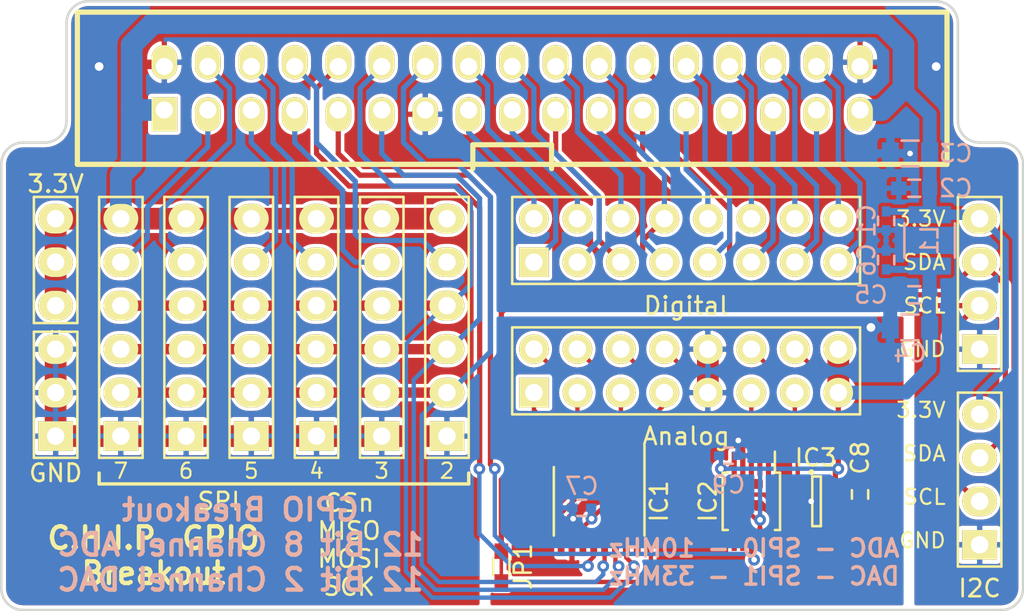
<source format=kicad_pcb>
(kicad_pcb (version 4) (host pcbnew "Rev-6964-Dev Build")
  (title_block (title "C.H.I.P. IO Breakout with ADC & DAC") (date 2016-10-14) (rev 1) (company "Cody Nybo"))
  (layers (0 F.Cu signal) (31 B.Cu signal) (34 B.Paste user hide) (35 F.Paste user hide) (36 B.SilkS user) (37 F.SilkS user) (38 B.Mask user hide) (39 F.Mask user hide) (44 Edge.Cuts user))
  (net 0 "")
  (net 1 +3V3)
  (net 2 GND)
  (net 3 +3.3VADC)
  (net 4 /XIO6)
  (net 5 /XIO7)
  (net 6 /ADC0)
  (net 7 /ADC1)
  (net 8 /ADC2)
  (net 9 /ADC3)
  (net 10 /ADC4)
  (net 11 /ADC5)
  (net 12 /INT1)
  (net 13 /INT3)
  (net 14 /IO0)
  (net 15 /IO1)
  (net 16 /IO2)
  (net 17 /IO3)
  (net 18 /CS2)
  (net 19 /CS3)
  (net 20 /CS4)
  (net 21 /CS5)
  (net 22 /CS6)
  (net 23 /CS7)
  (net 24 /ADC6)
  (net 25 /ADC7)
  (net 26 /DAC0)
  (net 27 /DAC1)
  (net 28 /RefO)
  (net 29 /IO4)
  (net 30 /IO5)
  (net 31 /IO6)
  (net 32 /IO7)
  (net 33 /SDA2)
  (net 34 /SCL2)
  (net 35 /MOSI)
  (net 36 /MISO)
  (net 37 /SCK)
  (net 38 /PWM)
  (net 39 /XIO3)
  (net 40 /XIO4)
  (net 41 /Ref)
  (net 42 /CS0)
  (net 43 /CS1)
  (net 44 /XIO5)
  (module w_conn_strip:vasch_strip_17x2 (layer F.Cu) (at 141.605 78.74)
    (fp_text reference P13)
    (fp_text value GPIO hide)
    (pad 34 thru_hole oval (at 20.32 -1.27) (size 1.5 2) (drill 1 (offset 0 -0.25)) (layers *.Cu *.Mask F.SilkS) (net 2 GND))
    (pad 33 thru_hole oval (at 20.32 1.27) (size 1.5 2) (drill 1 (offset 0 0.25)) (layers *.Cu *.Mask F.SilkS) (net 1 +3V3))
    (pad 31 thru_hole oval (at 17.78 1.27) (size 1.5 2) (drill 1 (offset 0 0.25)) (layers *.Cu *.Mask F.SilkS) (net 31 /IO6))
    (pad 32 thru_hole oval (at 17.78 -1.27) (size 1.5 2) (drill 1 (offset 0 -0.25)) (layers *.Cu *.Mask F.SilkS) (net 32 /IO7))
    (pad 27 thru_hole oval (at 12.7 1.27) (size 1.5 2) (drill 1 (offset 0 0.25)) (layers *.Cu *.Mask F.SilkS) (net 16 /IO2))
    (pad 28 thru_hole oval (at 12.7 -1.27) (size 1.5 2) (drill 1 (offset 0 -0.25)) (layers *.Cu *.Mask F.SilkS) (net 17 /IO3))
    (pad 30 thru_hole oval (at 15.24 -1.27) (size 1.5 2) (drill 1 (offset 0 -0.25)) (layers *.Cu *.Mask F.SilkS) (net 30 /IO5))
    (pad 29 thru_hole oval (at 15.24 1.27) (size 1.5 2) (drill 1 (offset 0 0.25)) (layers *.Cu *.Mask F.SilkS) (net 29 /IO4))
    (pad 25 thru_hole oval (at 10.16 1.27) (size 1.5 2) (drill 1 (offset 0 0.25)) (layers *.Cu *.Mask F.SilkS) (net 14 /IO0))
    (pad 26 thru_hole oval (at 10.16 -1.27) (size 1.5 2) (drill 1 (offset 0 -0.25)) (layers *.Cu *.Mask F.SilkS) (net 15 /IO1))
    (pad 24 thru_hole oval (at 7.62 -1.27) (size 1.5 2) (drill 1 (offset 0 -0.25)) (layers *.Cu *.Mask F.SilkS) (net 33 /SDA2))
    (pad 23 thru_hole oval (at 7.62 1.27) (size 1.5 2) (drill 1 (offset 0 0.25)) (layers *.Cu *.Mask F.SilkS) (net 34 /SCL2))
    (pad 21 thru_hole oval (at 5.08 1.27) (size 1.5 2) (drill 1 (offset 0 0.25)) (layers *.Cu *.Mask F.SilkS) (net 13 /INT3))
    (pad 22 thru_hole oval (at 5.08 -1.27) (size 1.5 2) (drill 1 (offset 0 -0.25)) (layers *.Cu *.Mask F.SilkS) (net 12 /INT1))
    (pad 20 thru_hole oval (at 2.54 -1.27) (size 1.5 2) (drill 1 (offset 0 -0.25)) (layers *.Cu *.Mask F.SilkS) (net 5 /XIO7))
    (pad 19 thru_hole oval (at 2.54 1.27) (size 1.5 2) (drill 1 (offset 0 0.25)) (layers *.Cu *.Mask F.SilkS) (net 38 /PWM))
    (pad 17 thru_hole oval (at 0 1.27) (size 1.5 2) (drill 1 (offset 0 0.25)) (layers *.Cu *.Mask F.SilkS) (net 44 /XIO5))
    (pad 18 thru_hole oval (at 0 -1.27) (size 1.5 2) (drill 1 (offset 0 -0.25)) (layers *.Cu *.Mask F.SilkS) (net 4 /XIO6))
    (pad 16 thru_hole oval (at -2.54 -1.27) (size 1.5 2) (drill 1 (offset 0 -0.25)) (layers *.Cu *.Mask F.SilkS) (net 40 /XIO4))
    (pad 15 thru_hole oval (at -2.54 1.27) (size 1.5 2) (drill 1 (offset 0 0.25)) (layers *.Cu *.Mask F.SilkS) (net 39 /XIO3))
    (pad 13 thru_hole oval (at -5.08 1.27) (size 1.5 2) (drill 1 (offset 0 0.25)) (layers *.Cu *.Mask F.SilkS) (net 2 GND))
    (pad 14 thru_hole oval (at -5.08 -1.27) (size 1.5 2) (drill 1 (offset 0 -0.25)) (layers *.Cu *.Mask F.SilkS) (net 37 /SCK))
    (pad 12 thru_hole oval (at -7.62 -1.27) (size 1.5 2) (drill 1 (offset 0 -0.25)) (layers *.Cu *.Mask F.SilkS) (net 36 /MISO))
    (pad 11 thru_hole oval (at -7.62 1.27) (size 1.5 2) (drill 1 (offset 0 0.25)) (layers *.Cu *.Mask F.SilkS) (net 35 /MOSI))
    (pad 9 thru_hole oval (at -10.16 1.27) (size 1.5 2) (drill 1 (offset 0 0.25)) (layers *.Cu *.Mask F.SilkS) (net 43 /CS1))
    (pad 10 thru_hole oval (at -10.16 -1.27) (size 1.5 2) (drill 1 (offset 0 -0.25)) (layers *.Cu *.Mask F.SilkS) (net 42 /CS0))
    (pad 8 thru_hole oval (at -12.7 -1.27) (size 1.5 2) (drill 1 (offset 0 -0.25)) (layers *.Cu *.Mask F.SilkS) (net 18 /CS2))
    (pad 7 thru_hole oval (at -12.7 1.27) (size 1.5 2) (drill 1 (offset 0 0.25)) (layers *.Cu *.Mask F.SilkS) (net 19 /CS3))
    (pad 1 thru_hole rect (at -20.32 1.27) (size 1.5 2) (drill 1 (offset 0 0.25)) (layers *.Cu *.Mask F.SilkS) (net 1 +3V3))
    (pad 2 thru_hole oval (at -20.32 -1.27) (size 1.5 2) (drill 1 (offset 0 -0.25)) (layers *.Cu *.Mask F.SilkS) (net 2 GND))
    (pad 3 thru_hole oval (at -17.78 1.27) (size 1.5 2) (drill 1 (offset 0 0.25)) (layers *.Cu *.Mask F.SilkS) (net 23 /CS7))
    (pad 4 thru_hole oval (at -17.78 -1.27) (size 1.5 2) (drill 1 (offset 0 -0.25)) (layers *.Cu *.Mask F.SilkS) (net 22 /CS6))
    (pad 5 thru_hole oval (at -15.24 1.27) (size 1.5 2) (drill 1 (offset 0 0.25)) (layers *.Cu *.Mask F.SilkS) (net 21 /CS5))
    (pad 6 thru_hole oval (at -15.24 -1.27) (size 1.5 2) (drill 1 (offset 0 -0.25)) (layers *.Cu *.Mask F.SilkS) (net 20 /CS4))
  )
  (module Pin_Headers:Pin_Header_Straight_1x04 (layer F.Cu) (at 168.91 105.41 180)
    (fp_text reference P3)
    (fp_text value I2C)
    (pad 1 thru_hole rect (at 0 0 180) (size 2.032 1.7272) (drill 1.016) (layers *.Cu *.Mask F.SilkS) (net 2 GND))
    (pad 2 thru_hole oval (at 0 2.54 180) (size 2.032 1.7272) (drill 1.016) (layers *.Cu *.Mask F.SilkS) (net 34 /SCL2))
    (pad 3 thru_hole oval (at 0 5.08 180) (size 2.032 1.7272) (drill 1.016) (layers *.Cu *.Mask F.SilkS) (net 33 /SDA2))
    (pad 4 thru_hole oval (at 0 7.62 180) (size 2.032 1.7272) (drill 1.016) (layers *.Cu *.Mask F.SilkS) (net 1 +3V3))
  )
  (module Pin_Headers:Pin_Header_Straight_1x06 (layer F.Cu) (at 114.935 99.06 180)
    (fp_text reference P14)
    (fp_text value Power)
    (pad 1 thru_hole rect (at 0 0 180) (size 2.032 1.7272) (drill 1.016) (layers *.Cu *.Mask F.SilkS) (net 2 GND))
    (pad 2 thru_hole oval (at 0 2.54 180) (size 2.032 1.7272) (drill 1.016) (layers *.Cu *.Mask F.SilkS) (net 2 GND))
    (pad 3 thru_hole oval (at 0 5.08 180) (size 2.032 1.7272) (drill 1.016) (layers *.Cu *.Mask F.SilkS) (net 2 GND))
    (pad 4 thru_hole oval (at 0 7.62 180) (size 2.032 1.7272) (drill 1.016) (layers *.Cu *.Mask F.SilkS) (net 1 +3V3))
    (pad 5 thru_hole oval (at 0 10.16 180) (size 2.032 1.7272) (drill 1.016) (layers *.Cu *.Mask F.SilkS) (net 1 +3V3))
    (pad 6 thru_hole oval (at 0 12.7 180) (size 2.032 1.7272) (drill 1.016) (layers *.Cu *.Mask F.SilkS) (net 1 +3V3))
  )
  (module Pin_Headers:Pin_Header_Straight_1x06 (layer F.Cu) (at 137.795 99.06 180)
    (fp_text reference P7)
    (fp_text value SPI2)
    (pad 1 thru_hole rect (at 0 0 180) (size 2.032 1.7272) (drill 1.016) (layers *.Cu *.Mask F.SilkS) (net 2 GND))
    (pad 2 thru_hole oval (at 0 2.54 180) (size 2.032 1.7272) (drill 1.016) (layers *.Cu *.Mask F.SilkS) (net 37 /SCK))
    (pad 3 thru_hole oval (at 0 5.08 180) (size 2.032 1.7272) (drill 1.016) (layers *.Cu *.Mask F.SilkS) (net 35 /MOSI))
    (pad 4 thru_hole oval (at 0 7.62 180) (size 2.032 1.7272) (drill 1.016) (layers *.Cu *.Mask F.SilkS) (net 36 /MISO))
    (pad 5 thru_hole oval (at 0 10.16 180) (size 2.032 1.7272) (drill 1.016) (layers *.Cu *.Mask F.SilkS) (net 18 /CS2))
    (pad 6 thru_hole oval (at 0 12.7 180) (size 2.032 1.7272) (drill 1.016) (layers *.Cu *.Mask F.SilkS) (net 1 +3V3))
  )
  (module Pin_Headers:Pin_Header_Straight_1x06 (layer F.Cu) (at 133.985 99.06 180)
    (fp_text reference P8)
    (fp_text value SPI3)
    (pad 1 thru_hole rect (at 0 0 180) (size 2.032 1.7272) (drill 1.016) (layers *.Cu *.Mask F.SilkS) (net 2 GND))
    (pad 2 thru_hole oval (at 0 2.54 180) (size 2.032 1.7272) (drill 1.016) (layers *.Cu *.Mask F.SilkS) (net 37 /SCK))
    (pad 3 thru_hole oval (at 0 5.08 180) (size 2.032 1.7272) (drill 1.016) (layers *.Cu *.Mask F.SilkS) (net 35 /MOSI))
    (pad 4 thru_hole oval (at 0 7.62 180) (size 2.032 1.7272) (drill 1.016) (layers *.Cu *.Mask F.SilkS) (net 36 /MISO))
    (pad 5 thru_hole oval (at 0 10.16 180) (size 2.032 1.7272) (drill 1.016) (layers *.Cu *.Mask F.SilkS) (net 19 /CS3))
    (pad 6 thru_hole oval (at 0 12.7 180) (size 2.032 1.7272) (drill 1.016) (layers *.Cu *.Mask F.SilkS) (net 1 +3V3))
  )
  (module Pin_Headers:Pin_Header_Straight_1x06 (layer F.Cu) (at 130.175 99.06 180)
    (fp_text reference P9)
    (fp_text value SPI4)
    (pad 1 thru_hole rect (at 0 0 180) (size 2.032 1.7272) (drill 1.016) (layers *.Cu *.Mask F.SilkS) (net 2 GND))
    (pad 2 thru_hole oval (at 0 2.54 180) (size 2.032 1.7272) (drill 1.016) (layers *.Cu *.Mask F.SilkS) (net 37 /SCK))
    (pad 3 thru_hole oval (at 0 5.08 180) (size 2.032 1.7272) (drill 1.016) (layers *.Cu *.Mask F.SilkS) (net 35 /MOSI))
    (pad 4 thru_hole oval (at 0 7.62 180) (size 2.032 1.7272) (drill 1.016) (layers *.Cu *.Mask F.SilkS) (net 36 /MISO))
    (pad 5 thru_hole oval (at 0 10.16 180) (size 2.032 1.7272) (drill 1.016) (layers *.Cu *.Mask F.SilkS) (net 20 /CS4))
    (pad 6 thru_hole oval (at 0 12.7 180) (size 2.032 1.7272) (drill 1.016) (layers *.Cu *.Mask F.SilkS) (net 1 +3V3))
  )
  (module Pin_Headers:Pin_Header_Straight_1x06 (layer F.Cu) (at 126.365 99.06 180)
    (fp_text reference P10)
    (fp_text value SPI5)
    (pad 1 thru_hole rect (at 0 0 180) (size 2.032 1.7272) (drill 1.016) (layers *.Cu *.Mask F.SilkS) (net 2 GND))
    (pad 2 thru_hole oval (at 0 2.54 180) (size 2.032 1.7272) (drill 1.016) (layers *.Cu *.Mask F.SilkS) (net 37 /SCK))
    (pad 3 thru_hole oval (at 0 5.08 180) (size 2.032 1.7272) (drill 1.016) (layers *.Cu *.Mask F.SilkS) (net 35 /MOSI))
    (pad 4 thru_hole oval (at 0 7.62 180) (size 2.032 1.7272) (drill 1.016) (layers *.Cu *.Mask F.SilkS) (net 36 /MISO))
    (pad 5 thru_hole oval (at 0 10.16 180) (size 2.032 1.7272) (drill 1.016) (layers *.Cu *.Mask F.SilkS) (net 21 /CS5))
    (pad 6 thru_hole oval (at 0 12.7 180) (size 2.032 1.7272) (drill 1.016) (layers *.Cu *.Mask F.SilkS) (net 1 +3V3))
  )
  (module Pin_Headers:Pin_Header_Straight_1x06 (layer F.Cu) (at 122.555 99.06 180)
    (fp_text reference P11)
    (fp_text value SPI6)
    (pad 1 thru_hole rect (at 0 0 180) (size 2.032 1.7272) (drill 1.016) (layers *.Cu *.Mask F.SilkS) (net 2 GND))
    (pad 2 thru_hole oval (at 0 2.54 180) (size 2.032 1.7272) (drill 1.016) (layers *.Cu *.Mask F.SilkS) (net 37 /SCK))
    (pad 3 thru_hole oval (at 0 5.08 180) (size 2.032 1.7272) (drill 1.016) (layers *.Cu *.Mask F.SilkS) (net 35 /MOSI))
    (pad 4 thru_hole oval (at 0 7.62 180) (size 2.032 1.7272) (drill 1.016) (layers *.Cu *.Mask F.SilkS) (net 36 /MISO))
    (pad 5 thru_hole oval (at 0 10.16 180) (size 2.032 1.7272) (drill 1.016) (layers *.Cu *.Mask F.SilkS) (net 22 /CS6))
    (pad 6 thru_hole oval (at 0 12.7 180) (size 2.032 1.7272) (drill 1.016) (layers *.Cu *.Mask F.SilkS) (net 1 +3V3))
  )
  (module Pin_Headers:Pin_Header_Straight_1x06 (layer F.Cu) (at 118.745 99.06 180)
    (fp_text reference P12)
    (fp_text value SPI7)
    (pad 1 thru_hole rect (at 0 0 180) (size 2.032 1.7272) (drill 1.016) (layers *.Cu *.Mask F.SilkS) (net 2 GND))
    (pad 2 thru_hole oval (at 0 2.54 180) (size 2.032 1.7272) (drill 1.016) (layers *.Cu *.Mask F.SilkS) (net 37 /SCK))
    (pad 3 thru_hole oval (at 0 5.08 180) (size 2.032 1.7272) (drill 1.016) (layers *.Cu *.Mask F.SilkS) (net 35 /MOSI))
    (pad 4 thru_hole oval (at 0 7.62 180) (size 2.032 1.7272) (drill 1.016) (layers *.Cu *.Mask F.SilkS) (net 36 /MISO))
    (pad 5 thru_hole oval (at 0 10.16 180) (size 2.032 1.7272) (drill 1.016) (layers *.Cu *.Mask F.SilkS) (net 23 /CS7))
    (pad 6 thru_hole oval (at 0 12.7 180) (size 2.032 1.7272) (drill 1.016) (layers *.Cu *.Mask F.SilkS) (net 1 +3V3))
  )
  (module Pin_Headers:Pin_Header_Straight_2x08 (layer F.Cu) (at 142.875 88.9 90)
    (fp_text reference P1)
    (fp_text value Digital)
    (pad 1 thru_hole rect (at 0 0 90) (size 1.7272 1.7272) (drill 1.016) (layers *.Cu *.Mask F.SilkS) (net 40 /XIO4))
    (pad 2 thru_hole oval (at 2.54 0 90) (size 1.7272 1.7272) (drill 1.016) (layers *.Cu *.Mask F.SilkS) (net 39 /XIO3))
    (pad 3 thru_hole oval (at 0 2.54 90) (size 1.7272 1.7272) (drill 1.016) (layers *.Cu *.Mask F.SilkS) (net 4 /XIO6))
    (pad 4 thru_hole oval (at 2.54 2.54 90) (size 1.7272 1.7272) (drill 1.016) (layers *.Cu *.Mask F.SilkS) (net 44 /XIO5))
    (pad 5 thru_hole oval (at 0 5.08 90) (size 1.7272 1.7272) (drill 1.016) (layers *.Cu *.Mask F.SilkS) (net 38 /PWM))
    (pad 6 thru_hole oval (at 2.54 5.08 90) (size 1.7272 1.7272) (drill 1.016) (layers *.Cu *.Mask F.SilkS) (net 5 /XIO7))
    (pad 7 thru_hole oval (at 0 7.62 90) (size 1.7272 1.7272) (drill 1.016) (layers *.Cu *.Mask F.SilkS) (net 13 /INT3))
    (pad 8 thru_hole oval (at 2.54 7.62 90) (size 1.7272 1.7272) (drill 1.016) (layers *.Cu *.Mask F.SilkS) (net 12 /INT1))
    (pad 9 thru_hole oval (at 0 10.16 90) (size 1.7272 1.7272) (drill 1.016) (layers *.Cu *.Mask F.SilkS) (net 15 /IO1))
    (pad 10 thru_hole oval (at 2.54 10.16 90) (size 1.7272 1.7272) (drill 1.016) (layers *.Cu *.Mask F.SilkS) (net 14 /IO0))
    (pad 11 thru_hole oval (at 0 12.7 90) (size 1.7272 1.7272) (drill 1.016) (layers *.Cu *.Mask F.SilkS) (net 17 /IO3))
    (pad 12 thru_hole oval (at 2.54 12.7 90) (size 1.7272 1.7272) (drill 1.016) (layers *.Cu *.Mask F.SilkS) (net 16 /IO2))
    (pad 13 thru_hole oval (at 0 15.24 90) (size 1.7272 1.7272) (drill 1.016) (layers *.Cu *.Mask F.SilkS) (net 30 /IO5))
    (pad 14 thru_hole oval (at 2.54 15.24 90) (size 1.7272 1.7272) (drill 1.016) (layers *.Cu *.Mask F.SilkS) (net 29 /IO4))
    (pad 15 thru_hole oval (at 0 17.78 90) (size 1.7272 1.7272) (drill 1.016) (layers *.Cu *.Mask F.SilkS) (net 32 /IO7))
    (pad 16 thru_hole oval (at 2.54 17.78 90) (size 1.7272 1.7272) (drill 1.016) (layers *.Cu *.Mask F.SilkS) (net 31 /IO6))
  )
  (module Pin_Headers:Pin_Header_Straight_2x08 (layer F.Cu) (at 142.875 96.52 90)
    (fp_text reference P2)
    (fp_text value Analog)
    (pad 1 thru_hole rect (at 0 0 90) (size 1.7272 1.7272) (drill 1.016) (layers *.Cu *.Mask F.SilkS) (net 25 /ADC7))
    (pad 2 thru_hole oval (at 2.54 0 90) (size 1.7272 1.7272) (drill 1.016) (layers *.Cu *.Mask F.SilkS) (net 24 /ADC6))
    (pad 3 thru_hole oval (at 0 2.54 90) (size 1.7272 1.7272) (drill 1.016) (layers *.Cu *.Mask F.SilkS) (net 11 /ADC5))
    (pad 4 thru_hole oval (at 2.54 2.54 90) (size 1.7272 1.7272) (drill 1.016) (layers *.Cu *.Mask F.SilkS) (net 10 /ADC4))
    (pad 5 thru_hole oval (at 0 5.08 90) (size 1.7272 1.7272) (drill 1.016) (layers *.Cu *.Mask F.SilkS) (net 9 /ADC3))
    (pad 6 thru_hole oval (at 2.54 5.08 90) (size 1.7272 1.7272) (drill 1.016) (layers *.Cu *.Mask F.SilkS) (net 8 /ADC2))
    (pad 7 thru_hole oval (at 0 7.62 90) (size 1.7272 1.7272) (drill 1.016) (layers *.Cu *.Mask F.SilkS) (net 7 /ADC1))
    (pad 8 thru_hole oval (at 2.54 7.62 90) (size 1.7272 1.7272) (drill 1.016) (layers *.Cu *.Mask F.SilkS) (net 6 /ADC0))
    (pad 9 thru_hole oval (at 0 10.16 90) (size 1.7272 1.7272) (drill 1.016) (layers *.Cu *.Mask F.SilkS) (net 2 GND))
    (pad 10 thru_hole oval (at 2.54 10.16 90) (size 1.7272 1.7272) (drill 1.016) (layers *.Cu *.Mask F.SilkS) (net 2 GND))
    (pad 11 thru_hole oval (at 0 12.7 90) (size 1.7272 1.7272) (drill 1.016) (layers *.Cu *.Mask F.SilkS) (net 27 /DAC1))
    (pad 12 thru_hole oval (at 2.54 12.7 90) (size 1.7272 1.7272) (drill 1.016) (layers *.Cu *.Mask F.SilkS) (net 26 /DAC0))
    (pad 13 thru_hole oval (at 0 15.24 90) (size 1.7272 1.7272) (drill 1.016) (layers *.Cu *.Mask F.SilkS) (net 41 /Ref))
    (pad 14 thru_hole oval (at 2.54 15.24 90) (size 1.7272 1.7272) (drill 1.016) (layers *.Cu *.Mask F.SilkS) (net 28 /RefO))
    (pad 15 thru_hole oval (at 0 17.78 90) (size 1.7272 1.7272) (drill 1.016) (layers *.Cu *.Mask F.SilkS) (net 3 +3.3VADC))
    (pad 16 thru_hole oval (at 2.54 17.78 90) (size 1.7272 1.7272) (drill 1.016) (layers *.Cu *.Mask F.SilkS) (net 3 +3.3VADC))
  )
  (module Pin_Headers:Pin_Header_Straight_1x04 (layer F.Cu) (at 168.91 93.98 180)
    (fp_text reference P5)
    (fp_text value I2C)
    (pad 1 thru_hole rect (at 0 0 180) (size 2.032 1.7272) (drill 1.016) (layers *.Cu *.Mask F.SilkS) (net 2 GND))
    (pad 2 thru_hole oval (at 0 2.54 180) (size 2.032 1.7272) (drill 1.016) (layers *.Cu *.Mask F.SilkS) (net 34 /SCL2))
    (pad 3 thru_hole oval (at 0 5.08 180) (size 2.032 1.7272) (drill 1.016) (layers *.Cu *.Mask F.SilkS) (net 33 /SDA2))
    (pad 4 thru_hole oval (at 0 7.62 180) (size 2.032 1.7272) (drill 1.016) (layers *.Cu *.Mask F.SilkS) (net 1 +3V3))
  )
  (module capacitor_smd:C_0402 (layer B.Cu) (at 163.449 86.487 270)
    (fp_text reference C1 (at 0 1.143 270) (layer B.SilkS) (effects (justify mirror)))
    (fp_text value 0.1µF)
    (pad 1 smd rect (at -0.55 0 270) (size 0.6 0.5) (layers B.Cu B.Paste B.Mask) (net 1 +3V3))
    (pad 2 smd rect (at 0.55 0 270) (size 0.6 0.5) (layers B.Cu B.Paste B.Mask) (net 2 GND))
  )
  (module capacitor_smd:C_0603 (layer B.Cu) (at 165.089 84.582 180)
    (fp_text reference C2 (at -2.424 0 180) (layer B.SilkS) (effects (justify mirror)))
    (fp_text value 1µF)
    (pad 1 smd rect (at -0.9 0 180) (size 0.9 0.8) (layers B.Cu B.Paste B.Mask) (net 1 +3V3))
    (pad 2 smd rect (at 0.9 0 180) (size 0.9 0.8) (layers B.Cu B.Paste B.Mask) (net 2 GND))
  )
  (module capacitor_smd:C_0805 (layer B.Cu) (at 164.846 82.55 180)
    (fp_text reference C3 (at -2.667 0 180) (layer B.SilkS) (effects (justify mirror)))
    (fp_text value 10µF)
    (pad 1 smd rect (at -1.15 0 180) (size 1 1.3) (layers B.Cu B.Paste B.Mask) (net 1 +3V3))
    (pad 2 smd rect (at 1.15 0 180) (size 1 1.3) (layers B.Cu B.Paste B.Mask) (net 2 GND))
  )
  (module capacitor_smd:C_0805 (layer B.Cu) (at 164.839 92.71 180)
    (fp_text reference C4 (at -0.007 -1.524 180) (layer B.SilkS) (effects (justify mirror)))
    (fp_text value 10µF)
    (pad 1 smd rect (at -1.15 0 180) (size 1 1.3) (layers B.Cu B.Paste B.Mask) (net 3 +3.3VADC))
    (pad 2 smd rect (at 1.15 0 180) (size 1 1.3) (layers B.Cu B.Paste B.Mask) (net 2 GND))
  )
  (module capacitor_smd:C_0603 (layer B.Cu) (at 165.089 90.805 180)
    (fp_text reference C5 (at 2.529 0 180) (layer B.SilkS) (effects (justify mirror)))
    (fp_text value 1µF)
    (pad 1 smd rect (at -0.9 0 180) (size 0.9 0.8) (layers B.Cu B.Paste B.Mask) (net 3 +3.3VADC))
    (pad 2 smd rect (at 0.9 0 180) (size 0.9 0.8) (layers B.Cu B.Paste B.Mask) (net 2 GND))
  )
  (module capacitor_smd:C_0402 (layer B.Cu) (at 163.449 88.773 90)
    (fp_text reference C6 (at 0 -1.143 90) (layer B.SilkS) (effects (justify mirror)))
    (fp_text value 0.1µF)
    (pad 1 smd rect (at -0.55 0 90) (size 0.6 0.5) (layers B.Cu B.Paste B.Mask) (net 3 +3.3VADC))
    (pad 2 smd rect (at 0.55 0 90) (size 0.6 0.5) (layers B.Cu B.Paste B.Mask) (net 2 GND))
  )
  (module capacitor_smd:C_0402 (layer B.Cu) (at 145.669 103.251 180)
    (fp_text reference C7 (at 0 1.27 180) (layer B.SilkS) (effects (justify mirror)))
    (fp_text value 0.1µF)
    (pad 1 smd rect (at -0.55 0 180) (size 0.6 0.5) (layers B.Cu B.Paste B.Mask) (net 3 +3.3VADC))
    (pad 2 smd rect (at 0.55 0 180) (size 0.6 0.5) (layers B.Cu B.Paste B.Mask) (net 2 GND))
  )
  (module capacitor_smd:C_0402 (layer F.Cu) (at 161.925 102.4675 270)
    (fp_text reference C8 (at -2.1375 0 270) (layer F.SilkS))
    (fp_text value 0.1µF)
    (pad 1 smd rect (at -0.55 0 270) (size 0.6 0.5) (layers F.Cu F.Paste F.Mask) (net 3 +3.3VADC))
    (pad 2 smd rect (at 0.55 0 270) (size 0.6 0.5) (layers F.Cu F.Paste F.Mask) (net 2 GND))
  )
  (module capacitor_smd:C_0402 (layer B.Cu) (at 154.2415 100.203)
    (fp_text reference C9 (at 0 1.7) (layer B.SilkS) (effects (justify mirror)))
    (fp_text value 0.1µF)
    (pad 1 smd rect (at -0.55 0) (size 0.6 0.5) (layers B.Cu B.Paste B.Mask) (net 3 +3.3VADC))
    (pad 2 smd rect (at 0.55 0) (size 0.6 0.5) (layers B.Cu B.Paste B.Mask) (net 2 GND))
  )
  (module Housings_SSOP:SSOP-16_3.9x4.9mm_Pitch0.635mm (layer F.Cu) (at 146.685 102.87 270)
    (fp_text reference IC1 (at 0 -3.5 270) (layer F.SilkS))
    (fp_text value MAX11629)
    (pad 1 smd rect (at -2.6 -2.2225 270) (size 1.2 0.4) (layers F.Cu F.Paste F.Mask) (net 6 /ADC0))
    (pad 2 smd rect (at -2.6 -1.5875 270) (size 1.2 0.4) (layers F.Cu F.Paste F.Mask) (net 7 /ADC1))
    (pad 3 smd rect (at -2.6 -0.9525 270) (size 1.2 0.4) (layers F.Cu F.Paste F.Mask) (net 8 /ADC2))
    (pad 4 smd rect (at -2.6 -0.3175 270) (size 1.2 0.4) (layers F.Cu F.Paste F.Mask) (net 9 /ADC3))
    (pad 5 smd rect (at -2.6 0.3175 270) (size 1.2 0.4) (layers F.Cu F.Paste F.Mask) (net 10 /ADC4))
    (pad 6 smd rect (at -2.6 0.9525 270) (size 1.2 0.4) (layers F.Cu F.Paste F.Mask) (net 11 /ADC5))
    (pad 7 smd rect (at -2.6 1.5875 270) (size 1.2 0.4) (layers F.Cu F.Paste F.Mask) (net 24 /ADC6))
    (pad 8 smd rect (at -2.6 2.2225 270) (size 1.2 0.4) (layers F.Cu F.Paste F.Mask) (net 25 /ADC7))
    (pad 9 smd rect (at 2.6 2.2225 270) (size 1.2 0.4) (layers F.Cu F.Paste F.Mask) (net 41 /Ref))
    (pad 10 smd rect (at 2.6 1.5875 270) (size 1.2 0.4) (layers F.Cu F.Paste F.Mask) (net 2 GND))
    (pad 11 smd rect (at 2.6 0.9525 270) (size 1.2 0.4) (layers F.Cu F.Paste F.Mask) (net 3 +3.3VADC))
    (pad 12 smd rect (at 2.6 0.3175 270) (size 1.2 0.4) (layers F.Cu F.Paste F.Mask) (net 42 /CS0))
    (pad 13 smd rect (at 2.6 -0.3175 270) (size 1.2 0.4) (layers F.Cu F.Paste F.Mask) (net 37 /SCK))
    (pad 14 smd rect (at 2.6 -0.9525 270) (size 1.2 0.4) (layers F.Cu F.Paste F.Mask) (net 35 /MOSI))
    (pad 15 smd rect (at 2.6 -1.5875 270) (size 1.2 0.4) (layers F.Cu F.Paste F.Mask) (net 36 /MISO))
    (pad 16 smd rect (at 2.6 -2.2225 270) (size 1.2 0.4) (layers F.Cu F.Paste F.Mask) (net 12 /INT1))
  )
  (module Housings_SSOP:MSOP-10_3x3mm_Pitch0.5mm (layer F.Cu) (at 155.575 102.87 270)
    (fp_text reference IC2 (at 0 2.54 270) (layer F.SilkS))
    (fp_text value MAX5702)
    (pad 1 smd rect (at -2.2 -1 270) (size 1.4 0.3) (layers F.Cu F.Paste F.Mask) (net 41 /Ref))
    (pad 2 smd rect (at -2.2 -0.5 270) (size 1.4 0.3) (layers F.Cu F.Paste F.Mask) (net 26 /DAC0))
    (pad 3 smd rect (at -2.2 0 270) (size 1.4 0.3) (layers F.Cu F.Paste F.Mask) (net 27 /DAC1))
    (pad 4 smd rect (at -2.2 0.5 270) (size 1.4 0.3) (layers F.Cu F.Paste F.Mask) (net 2 GND))
    (pad 5 smd rect (at -2.2 1 270) (size 1.4 0.3) (layers F.Cu F.Paste F.Mask) (net 3 +3.3VADC))
    (pad 6 smd rect (at 2.2 1 270) (size 1.4 0.3) (layers F.Cu F.Paste F.Mask) (net 35 /MOSI))
    (pad 7 smd rect (at 2.2 0.5 270) (size 1.4 0.3) (layers F.Cu F.Paste F.Mask) (net 37 /SCK))
    (pad 8 smd rect (at 2.2 0 270) (size 1.4 0.3) (layers F.Cu F.Paste F.Mask) (net 43 /CS1))
    (pad 9 smd rect (at 2.2 -0.5 270) (size 1.4 0.3) (layers F.Cu F.Paste F.Mask) (net 3 +3.3VADC))
    (pad 10 smd rect (at 2.2 -1 270) (size 1.4 0.3) (layers F.Cu F.Paste F.Mask) (net 3 +3.3VADC))
  )
  (module TO_SOT_Packages_SMD:SOT-23-5 (layer F.Cu) (at 159.385 102.87)
    (fp_text reference IC3 (at -0.05 -2.55) (layer F.SilkS))
    (fp_text value MCP6L01)
    (pad 1 smd rect (at -1.1 -0.95) (size 1.06 0.65) (layers F.Cu F.Paste F.Mask) (net 28 /RefO))
    (pad 2 smd rect (at -1.1 0) (size 1.06 0.65) (layers F.Cu F.Paste F.Mask) (net 2 GND))
    (pad 3 smd rect (at -1.1 0.95) (size 1.06 0.65) (layers F.Cu F.Paste F.Mask) (net 41 /Ref))
    (pad 4 smd rect (at 1.1 0.95) (size 1.06 0.65) (layers F.Cu F.Paste F.Mask) (net 28 /RefO))
    (pad 5 smd rect (at 1.1 -0.95) (size 1.06 0.65) (layers F.Cu F.Paste F.Mask) (net 3 +3.3VADC))
  )
  (module capacitor_smd:C_1210 (layer B.Cu) (at 165.989 87.63 270)
    (fp_text reference L1 (at 0 0 270) (layer B.SilkS) (effects (justify mirror)))
    (fp_text value 100µH)
    (pad 1 smd rect (at -1.5 0 270) (size 1 2.5) (layers B.Cu B.Paste B.Mask) (net 1 +3V3))
    (pad 2 smd rect (at 1.5 0 270) (size 1 2.5) (layers B.Cu B.Paste B.Mask) (net 3 +3.3VADC))
  )
  (module resistor_smd:R_0603 (layer F.Cu) (at 140.97 106.68 90)
    (fp_text reference JP1 (at 0 1.27 90) (layer F.SilkS))
    (fp_text value Jumper_NC_Small)
    (pad 1 smd rect (at -0.9 0 90) (size 0.9 0.8) (layers F.Cu F.Paste F.Mask) (net 12 /INT1))
    (pad 2 smd rect (at 0.9 0 90) (size 0.9 0.8) (layers F.Cu F.Paste F.Mask) (net 12 /INT1))
  )
  (gr_arc (start 170.18 107.95) (end 171.45 107.95) (angle 90) (layer Edge.Cuts) (width 0.15))
  (gr_arc (start 113.03 107.95) (end 113.03 109.22) (angle 90) (layer Edge.Cuts) (width 0.15))
  (gr_text "C.H.I.P. GPIO\nBreakout" (at 120.65 106.045) (layer F.SilkS) (effects (font (size 1.27 1.27) (thickness 0.254))))
  (gr_arc (start 166.37 74.93) (end 166.37 73.66) (angle 90) (layer Edge.Cuts) (width 0.15))
  (gr_arc (start 116.84 74.93) (end 115.57 74.93) (angle 90) (layer Edge.Cuts) (width 0.15))
  (gr_line (start 167.64 80.645) (end 167.64 74.93) (layer Edge.Cuts) (width 0.15))
  (gr_arc (start 168.91 80.645) (end 168.91 81.915) (angle 90) (layer Edge.Cuts) (width 0.15))
  (gr_line (start 168.91 81.915) (end 170.18 81.915) (layer Edge.Cuts) (width 0.15))
  (gr_arc (start 170.18 83.185) (end 170.18 81.915) (angle 90) (layer Edge.Cuts) (width 0.15))
  (gr_line (start 115.57 80.645) (end 115.57 74.93) (layer Edge.Cuts) (width 0.15))
  (gr_line (start 113.03 81.915) (end 114.3 81.915) (layer Edge.Cuts) (width 0.15))
  (gr_arc (start 114.3 80.645) (end 115.57 80.645) (angle 90) (layer Edge.Cuts) (width 0.15))
  (gr_arc (start 113.03 83.185) (end 111.76 83.185) (angle 90) (layer Edge.Cuts) (width 0.15))
  (gr_text 3.3V (at 167.005 97.536) (layer F.SilkS) (effects (font (size 0.889 0.889) (thickness 0.127)) (justify right)))
  (gr_text SDA (at 167.005 100.076) (layer F.SilkS) (effects (font (size 0.889 0.889) (thickness 0.127)) (justify right)))
  (gr_text SCL (at 167.005 102.616) (layer F.SilkS) (effects (font (size 0.889 0.889) (thickness 0.127)) (justify right)))
  (gr_text GND (at 167.005 105.156) (layer F.SilkS) (effects (font (size 0.889 0.889) (thickness 0.127)) (justify right)))
  (gr_text GND (at 167.005 93.98) (layer F.SilkS) (effects (font (size 0.889 0.889) (thickness 0.127)) (justify right)))
  (gr_text SCL (at 167.005 91.44) (layer F.SilkS) (effects (font (size 0.889 0.889) (thickness 0.127)) (justify right)))
  (gr_text SDA (at 167.005 88.9) (layer F.SilkS) (effects (font (size 0.889 0.889) (thickness 0.127)) (justify right)))
  (gr_text 3.3V (at 167.005 86.36) (layer F.SilkS) (effects (font (size 0.889 0.889) (thickness 0.127)) (justify right)))
  (gr_text "ADC - SPI0 - 10MHz\nDAC - SPI1 - 33MHz" (at 164.338 106.426) (layer B.SilkS) (effects (font (size 1.016 1.016) (thickness 0.2032)) (justify left mirror)))
  (gr_text SPI (at 124.46 102.87) (layer F.SilkS) (effects (font (size 1.016 1.016) (thickness 0.1524))))
  (gr_text "GPIO Breakout\n12 Bit 8 Channel ADC\n12 Bit 2 Channel DAC" (at 125.73 105.41) (layer B.SilkS) (effects (font (size 1.27 1.27) (thickness 0.254)) (justify mirror)))
  (gr_text 2 (at 137.795 101.092) (layer F.SilkS) (effects (font (size 0.889 0.889) (thickness 0.127))))
  (gr_text 3 (at 133.985 101.092) (layer F.SilkS) (effects (font (size 0.889 0.889) (thickness 0.127))))
  (gr_text 4 (at 130.175 101.092) (layer F.SilkS) (effects (font (size 0.889 0.889) (thickness 0.127))))
  (gr_text 5 (at 126.365 101.092) (layer F.SilkS) (effects (font (size 0.889 0.889) (thickness 0.127))))
  (gr_text 6 (at 122.555 101.092) (layer F.SilkS) (effects (font (size 0.889 0.889) (thickness 0.127))))
  (gr_text 7 (at 118.745 101.092) (layer F.SilkS) (effects (font (size 0.889 0.889) (thickness 0.127))))
  (gr_line (start 139.065 101.854) (end 139.065 101.219) (layer F.SilkS) (width 0.2))
  (gr_line (start 117.475 101.854) (end 139.065 101.854) (layer F.SilkS) (width 0.2))
  (gr_line (start 117.475 101.219) (end 117.475 101.854) (layer F.SilkS) (width 0.2))
  (gr_text I2C (at 168.91 107.95) (layer F.SilkS) (effects (font (size 1.016 1.016) (thickness 0.1524))))
  (gr_text GND (at 114.935 101.219) (layer F.SilkS) (effects (font (size 1.016 1.016) (thickness 0.1524))))
  (gr_text 3.3V (at 114.935 84.328) (layer F.SilkS) (effects (font (size 1.016 1.016) (thickness 0.1524))))
  (gr_text Analog (at 151.765 99.06) (layer F.SilkS) (effects (font (size 1.016 1.016) (thickness 0.1524))))
  (gr_text Digital (at 151.765 91.44) (layer F.SilkS) (effects (font (size 1.016 1.016) (thickness 0.1524))))
  (gr_text "CSn\nMISO\nMOSI\nSCK" (at 132.08 105.41) (layer F.SilkS) (effects (font (size 1.016 1.016) (thickness 0.1524))))
  (gr_line (start 111.76 107.95) (end 111.76 83.185) (layer Edge.Cuts) (width 0.15))
  (gr_line (start 170.18 109.22) (end 113.03 109.22) (layer Edge.Cuts) (width 0.15))
  (gr_line (start 171.45 83.185) (end 171.45 107.95) (layer Edge.Cuts) (width 0.15))
  (gr_line (start 116.84 73.66) (end 166.37 73.66) (layer Edge.Cuts) (width 0.15))
  (segment (start 168.91 97.79) (end 168.91 96.52) (width 0.4064) (layer B.Cu) (net 1))
  (segment (start 168.91 96.52) (end 170.411815 95.018185) (width 0.4064) (layer B.Cu) (net 1))
  (segment (start 170.411815 95.018185) (end 170.411815 87.709415) (width 0.4064) (layer B.Cu) (net 1))
  (segment (start 170.411815 87.709415) (end 169.0624 86.36) (width 0.4064) (layer B.Cu) (net 1))
  (segment (start 169.0624 86.36) (end 168.91 86.36) (width 0.4064) (layer B.Cu) (net 1))
  (segment (start 165.989 86.13) (end 168.68 86.13) (width 0.6096) (layer B.Cu) (net 1))
  (segment (start 168.68 86.13) (end 168.91 86.36) (width 0.6096) (layer B.Cu) (net 1))
  (segment (start 163.449 85.937) (end 165.796 85.937) (width 0.4064) (layer B.Cu) (net 1))
  (segment (start 165.796 85.937) (end 165.989 86.13) (width 0.4064) (layer B.Cu) (net 1))
  (segment (start 165.989 84.582) (end 165.989 86.13) (width 0.8128) (layer B.Cu) (net 1))
  (segment (start 165.996 82.55) (end 165.996 84.575) (width 0.8128) (layer B.Cu) (net 1))
  (segment (start 165.996 84.575) (end 165.989 84.582) (width 0.8128) (layer B.Cu) (net 1))
  (segment (start 164.465 78.74) (end 165.996 80.271) (width 0.8128) (layer B.Cu) (net 1))
  (segment (start 165.996 80.271) (end 165.996 82.55) (width 0.8128) (layer B.Cu) (net 1))
  (segment (start 119.38 83.185) (end 118.745 83.82) (width 1.27) (layer B.Cu) (net 1))
  (segment (start 118.745 83.82) (end 118.745 86.36) (width 1.27) (layer B.Cu) (net 1))
  (segment (start 119.38 80.01) (end 119.38 83.185) (width 1.27) (layer B.Cu) (net 1))
  (segment (start 119.38 76.2) (end 119.38 80.01) (width 1.27) (layer B.Cu) (net 1))
  (segment (start 121.285 80.01) (end 119.38 80.01) (width 1.27) (layer B.Cu) (net 1))
  (segment (start 114.935 88.9) (end 114.935 91.44) (width 1.27) (layer F.Cu) (net 1))
  (segment (start 114.935 86.36) (end 114.935 88.9) (width 1.27) (layer F.Cu) (net 1))
  (segment (start 118.745 86.36) (end 114.935 86.36) (width 1.27) (layer F.Cu) (net 1))
  (segment (start 133.985 86.36) (end 137.795 86.36) (width 1.27) (layer F.Cu) (net 1))
  (segment (start 130.175 86.36) (end 133.985 86.36) (width 1.27) (layer F.Cu) (net 1))
  (segment (start 126.365 86.36) (end 130.175 86.36) (width 1.27) (layer F.Cu) (net 1))
  (segment (start 122.555 86.36) (end 126.365 86.36) (width 1.27) (layer F.Cu) (net 1))
  (segment (start 118.745 86.36) (end 122.555 86.36) (width 1.27) (layer F.Cu) (net 1))
  (segment (start 120.65 74.93) (end 119.38 76.2) (width 1.27) (layer B.Cu) (net 1))
  (segment (start 163.195 74.93) (end 120.65 74.93) (width 1.27) (layer B.Cu) (net 1))
  (segment (start 164.465 76.2) (end 163.195 74.93) (width 1.27) (layer B.Cu) (net 1))
  (segment (start 164.465 78.74) (end 164.465 76.2) (width 1.27) (layer B.Cu) (net 1))
  (segment (start 163.195 80.01) (end 164.465 78.74) (width 1.27) (layer B.Cu) (net 1))
  (segment (start 161.925 80.01) (end 163.195 80.01) (width 1.27) (layer B.Cu) (net 1))
  (segment (start 163.689 92.71) (end 163.689 91.305) (width 0.8128) (layer B.Cu) (net 2))
  (segment (start 163.689 91.305) (end 164.189 90.805) (width 0.8128) (layer B.Cu) (net 2))
  (segment (start 163.696 82.55) (end 164.846 82.55) (width 0.4064) (layer B.Cu) (net 2))
  (via (at 164.846 82.55) (size 0.6858) (drill 0.3302) (layers F.Cu B.Cu) (net 2))
  (segment (start 163.703 92.696) (end 163.689 92.71) (width 0.8128) (layer B.Cu) (net 2))
  (segment (start 163.689 92.71) (end 162.56 92.71) (width 0.4064) (layer B.Cu) (net 2))
  (via (at 162.56 92.71) (size 1.1684) (drill 0.508) (layers F.Cu B.Cu) (net 2))
  (segment (start 145.119 103.251) (end 145.119 103.844) (width 0.4064) (layer B.Cu) (net 2))
  (segment (start 145.119 103.844) (end 145.161 103.886) (width 0.4064) (layer B.Cu) (net 2))
  (segment (start 158.285 102.87) (end 159.069 102.87) (width 0.254) (layer F.Cu) (net 2))
  (via (at 159.069 102.87) (size 0.6858) (drill 0.3302) (layers F.Cu B.Cu) (net 2))
  (segment (start 161.925 77.47) (end 166.37 77.47) (width 0.3048) (layer F.Cu) (net 2))
  (via (at 166.37 77.47) (size 1.1684) (drill 0.508) (layers F.Cu B.Cu) (net 2))
  (segment (start 121.285 77.47) (end 117.475 77.47) (width 0.3048) (layer F.Cu) (net 2))
  (via (at 117.475 77.47) (size 1.1684) (drill 0.508) (layers F.Cu B.Cu) (net 2))
  (segment (start 145.161 103.886) (end 146.114914 102.932086) (width 0.254) (layer F.Cu) (net 2))
  (segment (start 146.114914 102.932086) (end 156.018086 102.932086) (width 0.254) (layer F.Cu) (net 2))
  (segment (start 156.018086 102.932086) (end 157.1625 104.0765) (width 0.254) (layer F.Cu) (net 2))
  (segment (start 157.1625 104.0765) (end 157.1625 104.648) (width 0.254) (layer F.Cu) (net 2))
  (segment (start 157.1625 104.648) (end 157.48 104.9655) (width 0.254) (layer F.Cu) (net 2))
  (segment (start 157.48 104.9655) (end 159.004 104.9655) (width 0.254) (layer F.Cu) (net 2))
  (segment (start 159.004 104.9655) (end 159.258 104.7115) (width 0.254) (layer F.Cu) (net 2))
  (segment (start 159.258 104.7115) (end 159.258 103.059) (width 0.254) (layer F.Cu) (net 2))
  (segment (start 159.258 103.059) (end 159.069 102.87) (width 0.254) (layer F.Cu) (net 2))
  (segment (start 145.0975 104.013) (end 145.0975 103.9495) (width 0.254) (layer F.Cu) (net 2))
  (segment (start 145.0975 103.9495) (end 145.161 103.886) (width 0.254) (layer F.Cu) (net 2))
  (via (at 145.161 103.886) (size 0.6858) (drill 0.3302) (layers F.Cu B.Cu) (net 2))
  (segment (start 155.075 100.67) (end 155.075 99.576) (width 0.254) (layer F.Cu) (net 2))
  (segment (start 155.075 99.576) (end 154.813 99.314) (width 0.254) (layer F.Cu) (net 2))
  (via (at 154.813 99.314) (size 0.6858) (drill 0.3302) (layers F.Cu B.Cu) (net 2))
  (segment (start 145.0975 105.47) (end 145.0975 104.013) (width 0.254) (layer F.Cu) (net 2))
  (segment (start 114.935 99.06) (end 118.745 99.06) (width 1.27) (layer F.Cu) (net 2))
  (segment (start 114.935 96.52) (end 114.935 99.06) (width 1.27) (layer F.Cu) (net 2))
  (segment (start 114.935 93.98) (end 114.935 96.52) (width 1.27) (layer F.Cu) (net 2))
  (segment (start 153.035 93.98) (end 153.035 96.52) (width 1.27) (layer F.Cu) (net 2))
  (segment (start 122.555 99.06) (end 118.745 99.06) (width 1.27) (layer F.Cu) (net 2))
  (segment (start 126.365 99.06) (end 122.555 99.06) (width 1.27) (layer F.Cu) (net 2))
  (segment (start 130.175 99.06) (end 126.365 99.06) (width 1.27) (layer F.Cu) (net 2))
  (segment (start 133.985 99.06) (end 130.175 99.06) (width 1.27) (layer F.Cu) (net 2))
  (segment (start 137.795 99.06) (end 133.985 99.06) (width 1.27) (layer F.Cu) (net 2))
  (segment (start 163.449 89.323) (end 165.796 89.323) (width 0.4064) (layer B.Cu) (net 3))
  (segment (start 165.796 89.323) (end 165.989 89.13) (width 0.4064) (layer B.Cu) (net 3))
  (segment (start 146.219 103.251) (end 146.219 103.8645) (width 0.4064) (layer B.Cu) (net 3))
  (segment (start 146.219 103.8645) (end 146.2405 103.886) (width 0.4064) (layer B.Cu) (net 3))
  (segment (start 160.655 96.52) (end 164.592 96.52) (width 0.8128) (layer B.Cu) (net 3))
  (segment (start 164.592 96.52) (end 165.989 95.123) (width 0.8128) (layer B.Cu) (net 3))
  (segment (start 165.989 95.123) (end 165.989 92.71) (width 0.8128) (layer B.Cu) (net 3))
  (segment (start 165.989 90.805) (end 165.989 92.71) (width 0.8128) (layer B.Cu) (net 3))
  (segment (start 165.989 89.13) (end 165.989 90.805) (width 0.8128) (layer B.Cu) (net 3))
  (segment (start 166.309 89.45) (end 165.989 89.13) (width 0.4064) (layer B.Cu) (net 3))
  (segment (start 146.737203 103.389297) (end 155.315092 103.389297) (width 0.254) (layer F.Cu) (net 3))
  (segment (start 146.2405 103.886) (end 146.737203 103.389297) (width 0.254) (layer F.Cu) (net 3))
  (segment (start 155.315092 103.389297) (end 156.075 104.149205) (width 0.254) (layer F.Cu) (net 3))
  (segment (start 153.797 100.965) (end 153.797 100.3085) (width 0.254) (layer B.Cu) (net 3))
  (segment (start 153.797 100.3085) (end 153.6915 100.203) (width 0.254) (layer B.Cu) (net 3))
  (segment (start 153.797 100.965) (end 156.083 100.965) (width 0.254) (layer B.Cu) (net 3))
  (segment (start 156.083 100.965) (end 160.655 100.965) (width 0.254) (layer B.Cu) (net 3))
  (segment (start 156.083 103.9495) (end 156.083 103.464567) (width 0.254) (layer B.Cu) (net 3))
  (segment (start 156.083 103.464567) (end 156.083 100.965) (width 0.254) (layer B.Cu) (net 3))
  (segment (start 156.075 104.149205) (end 156.075 103.9575) (width 0.254) (layer F.Cu) (net 3))
  (segment (start 156.075 103.9575) (end 156.083 103.9495) (width 0.254) (layer F.Cu) (net 3))
  (via (at 156.083 103.9495) (size 0.6858) (drill 0.3302) (layers F.Cu B.Cu) (net 3))
  (segment (start 156.075 104.149205) (end 156.075 105.07) (width 0.254) (layer F.Cu) (net 3))
  (via (at 146.2405 103.886) (size 0.6858) (drill 0.3302) (layers F.Cu B.Cu) (net 3))
  (via (at 160.655 100.965) (size 0.6858) (drill 0.3302) (layers F.Cu B.Cu) (net 3))
  (segment (start 153.797 100.965) (end 154.28 100.965) (width 0.254) (layer F.Cu) (net 3))
  (via (at 153.797 100.965) (size 0.6858) (drill 0.3302) (layers F.Cu B.Cu) (net 3))
  (segment (start 146.2405 103.886) (end 145.7325 104.394) (width 0.254) (layer F.Cu) (net 3))
  (segment (start 145.7325 104.394) (end 145.7325 105.47) (width 0.254) (layer F.Cu) (net 3))
  (segment (start 161.925 101.9175) (end 160.4875 101.9175) (width 0.254) (layer F.Cu) (net 3))
  (segment (start 160.4875 101.9175) (end 160.485 101.92) (width 0.254) (layer F.Cu) (net 3))
  (segment (start 154.28 100.965) (end 154.575 100.67) (width 0.254) (layer F.Cu) (net 3))
  (segment (start 156.075 105.07) (end 156.575 105.07) (width 0.254) (layer F.Cu) (net 3))
  (segment (start 160.655 96.52) (end 160.655 100.965) (width 0.3048) (layer F.Cu) (net 3))
  (segment (start 160.655 100.965) (end 160.485 101.135) (width 0.3048) (layer F.Cu) (net 3))
  (segment (start 160.485 101.135) (end 160.485 101.92) (width 0.3048) (layer F.Cu) (net 3))
  (segment (start 160.655 93.98) (end 160.655 96.52) (width 1.27) (layer F.Cu) (net 3))
  (segment (start 146.685 87.63) (end 146.685 85.09) (width 0.3048) (layer B.Cu) (net 4))
  (segment (start 146.685 85.09) (end 142.875 81.28) (width 0.3048) (layer B.Cu) (net 4))
  (segment (start 145.415 88.9) (end 146.685 87.63) (width 0.3048) (layer B.Cu) (net 4))
  (segment (start 142.875 81.28) (end 142.875 78.74) (width 0.3048) (layer B.Cu) (net 4))
  (segment (start 142.875 78.74) (end 141.605 77.47) (width 0.3048) (layer B.Cu) (net 4))
  (segment (start 145.415 81.28) (end 147.955 83.82) (width 0.3048) (layer B.Cu) (net 5))
  (segment (start 145.415 78.74) (end 145.415 81.28) (width 0.3048) (layer B.Cu) (net 5))
  (segment (start 144.145 77.47) (end 145.415 78.74) (width 0.3048) (layer B.Cu) (net 5))
  (segment (start 147.955 86.36) (end 147.955 83.82) (width 0.3048) (layer B.Cu) (net 5))
  (segment (start 148.9075 100.27) (end 148.9075 99.87) (width 0.254) (layer F.Cu) (net 6))
  (segment (start 148.9075 99.87) (end 151.739601 97.037899) (width 0.254) (layer F.Cu) (net 6))
  (segment (start 151.739601 97.037899) (end 151.739601 95.224601) (width 0.254) (layer F.Cu) (net 6))
  (segment (start 151.739601 95.224601) (end 151.358599 94.843599) (width 0.254) (layer F.Cu) (net 6))
  (segment (start 151.358599 94.843599) (end 150.495 93.98) (width 0.254) (layer F.Cu) (net 6))
  (segment (start 148.2725 100.27) (end 148.2725 99.452031) (width 0.254) (layer F.Cu) (net 7))
  (segment (start 148.2725 99.452031) (end 150.495 97.229531) (width 0.254) (layer F.Cu) (net 7))
  (segment (start 150.495 97.229531) (end 150.495 96.52) (width 0.254) (layer F.Cu) (net 7))
  (segment (start 147.6375 100.27) (end 147.6375 99.156119) (width 0.254) (layer F.Cu) (net 8))
  (segment (start 147.6375 99.156119) (end 149.199601 97.594018) (width 0.254) (layer F.Cu) (net 8))
  (segment (start 149.199601 97.594018) (end 149.199601 95.224601) (width 0.254) (layer F.Cu) (net 8))
  (segment (start 148.818599 94.843599) (end 147.955 93.98) (width 0.254) (layer F.Cu) (net 8))
  (segment (start 149.199601 95.224601) (end 148.818599 94.843599) (width 0.254) (layer F.Cu) (net 8))
  (segment (start 147.955 96.52) (end 147.955 98.025049) (width 0.254) (layer F.Cu) (net 9))
  (segment (start 147.955 98.025049) (end 147.0025 98.977549) (width 0.254) (layer F.Cu) (net 9))
  (segment (start 147.0025 98.977549) (end 147.0025 99.416) (width 0.254) (layer F.Cu) (net 9))
  (segment (start 147.0025 99.416) (end 147.0025 100.27) (width 0.254) (layer F.Cu) (net 9))
  (segment (start 146.3675 100.27) (end 146.3675 98.697283) (width 0.254) (layer F.Cu) (net 10))
  (segment (start 146.3675 98.697283) (end 146.659601 98.405182) (width 0.254) (layer F.Cu) (net 10))
  (segment (start 146.659601 98.405182) (end 146.659601 95.224601) (width 0.254) (layer F.Cu) (net 10))
  (segment (start 146.659601 95.224601) (end 146.278599 94.843599) (width 0.254) (layer F.Cu) (net 10))
  (segment (start 146.278599 94.843599) (end 145.415 93.98) (width 0.254) (layer F.Cu) (net 10))
  (segment (start 145.415 96.52) (end 145.415 98.431752) (width 0.254) (layer F.Cu) (net 11))
  (segment (start 145.415 98.431752) (end 145.7325 98.749252) (width 0.254) (layer F.Cu) (net 11))
  (segment (start 145.7325 98.749252) (end 145.7325 99.416) (width 0.254) (layer F.Cu) (net 11))
  (segment (start 145.7325 99.416) (end 145.7325 100.27) (width 0.254) (layer F.Cu) (net 11))
  (segment (start 148.9075 105.47) (end 149.3615 105.47) (width 0.254) (layer F.Cu) (net 12))
  (segment (start 149.3615 105.47) (end 149.709203 105.817703) (width 0.254) (layer F.Cu) (net 12))
  (segment (start 149.709203 105.817703) (end 149.709203 107.136457) (width 0.254) (layer F.Cu) (net 12))
  (segment (start 149.709203 107.136457) (end 149.26566 107.58) (width 0.254) (layer F.Cu) (net 12))
  (segment (start 149.26566 107.58) (end 141.624 107.58) (width 0.254) (layer F.Cu) (net 12))
  (segment (start 141.624 107.58) (end 140.97 107.58) (width 0.254) (layer F.Cu) (net 12))
  (segment (start 150.495 86.36) (end 149.225 87.63) (width 0.3048) (layer F.Cu) (net 12))
  (segment (start 149.225 87.63) (end 149.225 90.17) (width 0.3048) (layer F.Cu) (net 12))
  (segment (start 149.225 90.17) (end 148.223055 91.171945) (width 0.3048) (layer F.Cu) (net 12))
  (segment (start 148.223055 91.171945) (end 141.650241 91.171945) (width 0.3048) (layer F.Cu) (net 12))
  (segment (start 141.650241 91.171945) (end 140.97 91.852186) (width 0.3048) (layer F.Cu) (net 12))
  (segment (start 140.97 91.852186) (end 140.97 100.33473) (width 0.3048) (layer F.Cu) (net 12))
  (segment (start 140.97 100.33473) (end 141.324311 100.689041) (width 0.3048) (layer F.Cu) (net 12))
  (segment (start 141.324311 100.689041) (end 141.324311 101.260285) (width 0.3048) (layer F.Cu) (net 12))
  (segment (start 140.97 101.614596) (end 140.97 105.78) (width 0.3048) (layer F.Cu) (net 12))
  (segment (start 141.324311 101.260285) (end 140.97 101.614596) (width 0.3048) (layer F.Cu) (net 12))
  (segment (start 150.495 86.36) (end 150.495 83.82) (width 0.3048) (layer B.Cu) (net 12))
  (segment (start 150.495 83.82) (end 147.955 81.28) (width 0.3048) (layer B.Cu) (net 12))
  (segment (start 147.955 81.28) (end 147.955 78.74) (width 0.3048) (layer B.Cu) (net 12))
  (segment (start 147.955 78.74) (end 146.685 77.47) (width 0.3048) (layer B.Cu) (net 12))
  (segment (start 140.97 107.58) (end 140.97 105.78) (width 0.2032) (layer F.Cu) (net 12))
  (segment (start 149.225 83.82) (end 146.685 81.28) (width 0.3048) (layer B.Cu) (net 13))
  (segment (start 146.685 81.28) (end 146.685 80.01) (width 0.3048) (layer B.Cu) (net 13))
  (segment (start 149.225 87.63) (end 149.225 83.82) (width 0.3048) (layer B.Cu) (net 13))
  (segment (start 150.495 88.9) (end 149.225 87.63) (width 0.3048) (layer B.Cu) (net 13))
  (segment (start 153.035 86.36) (end 153.035 84.753604) (width 0.3048) (layer B.Cu) (net 14))
  (segment (start 153.035 84.753604) (end 151.765 83.483604) (width 0.3048) (layer B.Cu) (net 14))
  (segment (start 151.765 83.483604) (end 151.765 80.01) (width 0.3048) (layer B.Cu) (net 14))
  (segment (start 153.035 88.9) (end 154.305 87.63) (width 0.3048) (layer B.Cu) (net 15))
  (segment (start 154.305 87.63) (end 154.305 84.61939) (width 0.3048) (layer B.Cu) (net 15))
  (segment (start 154.305 84.61939) (end 152.87061 83.185) (width 0.3048) (layer B.Cu) (net 15))
  (segment (start 152.87061 83.185) (end 152.87061 78.57561) (width 0.3048) (layer B.Cu) (net 15))
  (segment (start 152.87061 78.57561) (end 151.765 77.47) (width 0.3048) (layer B.Cu) (net 15))
  (segment (start 155.575 84.455) (end 154.305 83.185) (width 0.3048) (layer B.Cu) (net 16))
  (segment (start 154.305 83.185) (end 154.305 80.01) (width 0.3048) (layer B.Cu) (net 16))
  (segment (start 155.575 86.36) (end 155.575 84.455) (width 0.3048) (layer B.Cu) (net 16))
  (segment (start 155.575 88.9) (end 156.845 87.63) (width 0.3048) (layer B.Cu) (net 17))
  (segment (start 156.845 87.63) (end 156.845 84.431416) (width 0.3048) (layer B.Cu) (net 17))
  (segment (start 156.845 84.431416) (end 155.575 83.161416) (width 0.3048) (layer B.Cu) (net 17))
  (segment (start 155.575 83.161416) (end 155.575 78.74) (width 0.3048) (layer B.Cu) (net 17))
  (segment (start 155.575 78.74) (end 154.305 77.47) (width 0.3048) (layer B.Cu) (net 17))
  (segment (start 137.795 88.9) (end 137.6426 88.9) (width 0.3048) (layer B.Cu) (net 18))
  (segment (start 137.6426 88.9) (end 136.3726 87.63) (width 0.3048) (layer B.Cu) (net 18))
  (segment (start 136.3726 87.63) (end 132.814393 87.63) (width 0.3048) (layer B.Cu) (net 18))
  (segment (start 130.175 78.74) (end 128.905 77.47) (width 0.3048) (layer B.Cu) (net 18))
  (segment (start 132.814393 87.63) (end 132.435801 87.251408) (width 0.3048) (layer B.Cu) (net 18))
  (segment (start 132.435801 87.251408) (end 132.435801 84.175801) (width 0.3048) (layer B.Cu) (net 18))
  (segment (start 132.435801 84.175801) (end 130.175 81.915) (width 0.3048) (layer B.Cu) (net 18))
  (segment (start 130.175 81.915) (end 130.175 78.74) (width 0.3048) (layer B.Cu) (net 18))
  (segment (start 128.905 80.01) (end 128.905 81.915) (width 0.3048) (layer B.Cu) (net 19))
  (segment (start 128.905 81.915) (end 131.698487 84.708487) (width 0.3048) (layer B.Cu) (net 19))
  (segment (start 131.698487 84.708487) (end 131.698487 88.171419) (width 0.3048) (layer B.Cu) (net 19))
  (segment (start 131.698487 88.171419) (end 132.427068 88.9) (width 0.3048) (layer B.Cu) (net 19))
  (segment (start 132.427068 88.9) (end 133.985 88.9) (width 0.3048) (layer B.Cu) (net 19))
  (segment (start 133.985 88.9) (end 134.1374 88.9) (width 0.3048) (layer B.Cu) (net 19))
  (segment (start 127.635 81.915) (end 127.635 78.74) (width 0.3048) (layer B.Cu) (net 20))
  (segment (start 127.635 78.74) (end 126.365 77.47) (width 0.3048) (layer B.Cu) (net 20))
  (segment (start 128.75259 83.03259) (end 127.635 81.915) (width 0.3048) (layer B.Cu) (net 20))
  (segment (start 128.75259 87.62999) (end 128.75259 83.03259) (width 0.3048) (layer B.Cu) (net 20))
  (segment (start 130.175 88.9) (end 130.0226 88.9) (width 0.3048) (layer B.Cu) (net 20))
  (segment (start 130.0226 88.9) (end 128.75259 87.62999) (width 0.3048) (layer B.Cu) (net 20))
  (segment (start 127.78741 83.33741) (end 126.365 81.915) (width 0.3048) (layer B.Cu) (net 21))
  (segment (start 126.365 81.915) (end 126.365 80.01) (width 0.3048) (layer B.Cu) (net 21))
  (segment (start 127.78741 87.62999) (end 127.78741 83.33741) (width 0.3048) (layer B.Cu) (net 21))
  (segment (start 126.365 88.9) (end 126.5174 88.9) (width 0.3048) (layer B.Cu) (net 21))
  (segment (start 126.5174 88.9) (end 127.78741 87.62999) (width 0.3048) (layer B.Cu) (net 21))
  (segment (start 122.555 88.9) (end 122.4026 88.9) (width 0.3048) (layer B.Cu) (net 22))
  (segment (start 122.4026 88.9) (end 121.13259 87.62999) (width 0.3048) (layer B.Cu) (net 22))
  (segment (start 121.13259 87.62999) (end 121.13259 85.833945) (width 0.3048) (layer B.Cu) (net 22))
  (segment (start 121.13259 85.833945) (end 125.095 81.871535) (width 0.3048) (layer B.Cu) (net 22))
  (segment (start 125.095 81.871535) (end 125.095 78.74) (width 0.3048) (layer B.Cu) (net 22))
  (segment (start 125.095 78.74) (end 123.825 77.47) (width 0.3048) (layer B.Cu) (net 22))
  (segment (start 123.825 80.01) (end 123.825 82.163827) (width 0.3048) (layer B.Cu) (net 23))
  (segment (start 123.825 82.163827) (end 120.289244 85.699583) (width 0.3048) (layer B.Cu) (net 23))
  (segment (start 120.289244 85.699583) (end 120.289244 87.508156) (width 0.3048) (layer B.Cu) (net 23))
  (segment (start 120.289244 87.508156) (end 118.8974 88.9) (width 0.3048) (layer B.Cu) (net 23))
  (segment (start 118.8974 88.9) (end 118.745 88.9) (width 0.3048) (layer B.Cu) (net 23))
  (segment (start 142.875 93.98) (end 144.119601 95.224601) (width 0.254) (layer F.Cu) (net 24))
  (segment (start 145.0975 98.998227) (end 145.0975 100.27) (width 0.254) (layer F.Cu) (net 24))
  (segment (start 144.119601 95.224601) (end 144.119601 98.020328) (width 0.254) (layer F.Cu) (net 24))
  (segment (start 144.119601 98.020328) (end 145.0975 98.998227) (width 0.254) (layer F.Cu) (net 24))
  (segment (start 142.875 96.52) (end 142.875 97.534538) (width 0.254) (layer F.Cu) (net 25))
  (segment (start 142.875 97.534538) (end 144.4625 99.122038) (width 0.254) (layer F.Cu) (net 25))
  (segment (start 144.4625 99.122038) (end 144.4625 100.27) (width 0.254) (layer F.Cu) (net 25))
  (segment (start 156.075 100.67) (end 156.075 98.56) (width 0.254) (layer F.Cu) (net 26))
  (segment (start 156.075 98.56) (end 156.845 97.79) (width 0.254) (layer F.Cu) (net 26))
  (segment (start 156.845 97.79) (end 156.845 95.25) (width 0.254) (layer F.Cu) (net 26))
  (segment (start 156.845 95.25) (end 155.575 93.98) (width 0.254) (layer F.Cu) (net 26))
  (segment (start 155.575 100.67) (end 155.575 99.695) (width 0.254) (layer F.Cu) (net 27))
  (segment (start 155.575 96.52) (end 155.575 99.695) (width 0.254) (layer F.Cu) (net 27))
  (segment (start 159.385 99.06) (end 158.285 100.16) (width 0.254) (layer F.Cu) (net 28))
  (segment (start 158.285 100.16) (end 158.285 101.92) (width 0.254) (layer F.Cu) (net 28))
  (segment (start 159.385 95.25) (end 159.385 99.06) (width 0.254) (layer F.Cu) (net 28))
  (segment (start 158.115 93.98) (end 159.385 95.25) (width 0.254) (layer F.Cu) (net 28))
  (segment (start 160.485 103.289808) (end 160.485 103.82) (width 0.254) (layer F.Cu) (net 28))
  (segment (start 159.115192 101.92) (end 160.485 103.289808) (width 0.254) (layer F.Cu) (net 28))
  (segment (start 158.285 101.92) (end 159.115192 101.92) (width 0.254) (layer F.Cu) (net 28))
  (segment (start 158.115 86.36) (end 158.115 84.411331) (width 0.3048) (layer B.Cu) (net 29))
  (segment (start 158.115 84.411331) (end 156.845 83.141331) (width 0.3048) (layer B.Cu) (net 29))
  (segment (start 156.845 83.141331) (end 156.845 80.01) (width 0.3048) (layer B.Cu) (net 29))
  (segment (start 158.115 88.9) (end 159.385 87.63) (width 0.3048) (layer B.Cu) (net 30))
  (segment (start 159.385 87.63) (end 159.385 84.439624) (width 0.3048) (layer B.Cu) (net 30))
  (segment (start 159.385 84.439624) (end 158.115 83.169624) (width 0.3048) (layer B.Cu) (net 30))
  (segment (start 158.115 83.169624) (end 158.115 78.74) (width 0.3048) (layer B.Cu) (net 30))
  (segment (start 158.115 78.74) (end 156.845 77.47) (width 0.3048) (layer B.Cu) (net 30))
  (segment (start 160.655 86.36) (end 160.655 84.387287) (width 0.3048) (layer B.Cu) (net 31))
  (segment (start 160.655 84.387287) (end 159.385 83.117287) (width 0.3048) (layer B.Cu) (net 31))
  (segment (start 159.385 83.117287) (end 159.385 80.01) (width 0.3048) (layer B.Cu) (net 31))
  (segment (start 160.655 88.9) (end 161.925 87.63) (width 0.3048) (layer B.Cu) (net 32))
  (segment (start 161.925 87.63) (end 161.925 84.302698) (width 0.3048) (layer B.Cu) (net 32))
  (segment (start 161.925 84.302698) (end 160.655 83.032698) (width 0.3048) (layer B.Cu) (net 32))
  (segment (start 160.655 83.032698) (end 160.655 78.74) (width 0.3048) (layer B.Cu) (net 32))
  (segment (start 160.655 78.74) (end 159.385 77.47) (width 0.3048) (layer B.Cu) (net 32))
  (segment (start 168.91 100.33) (end 169.0624 100.33) (width 0.3048) (layer F.Cu) (net 33))
  (segment (start 169.0624 100.33) (end 170.411815 98.980585) (width 0.3048) (layer F.Cu) (net 33))
  (segment (start 169.0624 88.9) (end 168.91 88.9) (width 0.3048) (layer F.Cu) (net 33))
  (segment (start 170.411815 98.980585) (end 170.411815 90.249415) (width 0.3048) (layer F.Cu) (net 33))
  (segment (start 170.411815 90.249415) (end 169.0624 88.9) (width 0.3048) (layer F.Cu) (net 33))
  (segment (start 149.225 77.47) (end 150.495 78.74) (width 0.3048) (layer F.Cu) (net 33))
  (segment (start 150.495 78.74) (end 150.495 82.015582) (width 0.3048) (layer F.Cu) (net 33))
  (segment (start 150.495 82.015582) (end 154.305 85.825582) (width 0.3048) (layer F.Cu) (net 33))
  (segment (start 154.305 85.825582) (end 154.305 89.535) (width 0.3048) (layer F.Cu) (net 33))
  (segment (start 154.305 89.535) (end 155.575 90.805) (width 0.3048) (layer F.Cu) (net 33))
  (segment (start 155.575 90.805) (end 166.8526 90.805) (width 0.3048) (layer F.Cu) (net 33))
  (segment (start 168.7576 88.9) (end 168.91 88.9) (width 0.3048) (layer F.Cu) (net 33))
  (segment (start 166.8526 90.805) (end 168.7576 88.9) (width 0.3048) (layer F.Cu) (net 33))
  (segment (start 168.91 102.87) (end 168.7576 102.87) (width 0.3048) (layer F.Cu) (net 34))
  (segment (start 168.7576 102.87) (end 166.990133 101.102533) (width 0.3048) (layer F.Cu) (net 34))
  (segment (start 166.990133 101.102533) (end 166.990133 93.207467) (width 0.3048) (layer F.Cu) (net 34))
  (segment (start 166.990133 93.207467) (end 168.7576 91.44) (width 0.3048) (layer F.Cu) (net 34))
  (segment (start 168.7576 91.44) (end 168.91 91.44) (width 0.3048) (layer F.Cu) (net 34))
  (segment (start 167.005 91.44) (end 153.035 91.44) (width 0.3048) (layer F.Cu) (net 34))
  (segment (start 168.91 91.44) (end 167.005 91.44) (width 0.3048) (layer F.Cu) (net 34))
  (segment (start 153.035 91.44) (end 152.809503 91.214503) (width 0.3048) (layer F.Cu) (net 34))
  (segment (start 152.809503 91.214503) (end 151.714201 90.119201) (width 0.3048) (layer F.Cu) (net 34))
  (segment (start 151.714201 90.119201) (end 151.714201 85.039201) (width 0.3048) (layer F.Cu) (net 34))
  (segment (start 151.714201 85.039201) (end 149.225 82.55) (width 0.3048) (layer F.Cu) (net 34))
  (segment (start 149.225 82.55) (end 149.225 80.01) (width 0.3048) (layer F.Cu) (net 34))
  (segment (start 147.6375 106.48137) (end 147.821685 106.665555) (width 0.254) (layer F.Cu) (net 35))
  (segment (start 147.821685 107.150488) (end 147.821685 106.665555) (width 0.254) (layer B.Cu) (net 35))
  (segment (start 137.12612 108.037392) (end 146.934781 108.037392) (width 0.254) (layer B.Cu) (net 35))
  (segment (start 137.6426 93.98) (end 135.853502 95.769098) (width 0.254) (layer B.Cu) (net 35))
  (segment (start 135.853502 106.764774) (end 137.12612 108.037392) (width 0.254) (layer B.Cu) (net 35))
  (via (at 147.821685 106.665555) (size 0.6858) (drill 0.3302) (layers F.Cu B.Cu) (net 35))
  (segment (start 146.934781 108.037392) (end 147.821685 107.150488) (width 0.254) (layer B.Cu) (net 35))
  (segment (start 137.795 93.98) (end 137.6426 93.98) (width 0.254) (layer B.Cu) (net 35))
  (segment (start 147.6375 105.47) (end 147.6375 106.48137) (width 0.254) (layer F.Cu) (net 35))
  (segment (start 135.853502 95.769098) (end 135.853502 106.764774) (width 0.254) (layer B.Cu) (net 35))
  (segment (start 139.7 92.2274) (end 139.7 85.174378) (width 0.3048) (layer B.Cu) (net 35))
  (segment (start 135.255 83.82) (end 133.985 82.55) (width 0.3048) (layer B.Cu) (net 35))
  (segment (start 133.985 82.55) (end 133.985 80.01) (width 0.3048) (layer B.Cu) (net 35))
  (segment (start 138.345622 83.82) (end 135.255 83.82) (width 0.3048) (layer B.Cu) (net 35))
  (segment (start 137.9474 93.98) (end 139.7 92.2274) (width 0.3048) (layer B.Cu) (net 35))
  (segment (start 137.795 93.98) (end 137.9474 93.98) (width 0.3048) (layer B.Cu) (net 35))
  (segment (start 139.7 85.174378) (end 138.345622 83.82) (width 0.3048) (layer B.Cu) (net 35))
  (segment (start 133.985 80.01) (end 133.985 80.010185) (width 0.3048) (layer B.Cu) (net 35))
  (segment (start 147.6375 104.710638) (end 147.6375 105.47) (width 0.254) (layer F.Cu) (net 35))
  (segment (start 154.575 105.07) (end 154.171 105.07) (width 0.254) (layer F.Cu) (net 35))
  (segment (start 153.404719 104.303719) (end 148.044419 104.303719) (width 0.254) (layer F.Cu) (net 35))
  (segment (start 154.171 105.07) (end 153.404719 104.303719) (width 0.254) (layer F.Cu) (net 35))
  (segment (start 148.044419 104.303719) (end 147.6375 104.710638) (width 0.254) (layer F.Cu) (net 35))
  (segment (start 137.795 93.98) (end 137.9474 93.98) (width 0.3048) (layer F.Cu) (net 35))
  (segment (start 122.555 93.98) (end 118.745 93.98) (width 0.6096) (layer F.Cu) (net 35))
  (segment (start 126.365 93.98) (end 122.555 93.98) (width 0.6096) (layer F.Cu) (net 35))
  (segment (start 130.175 93.98) (end 126.365 93.98) (width 0.6096) (layer F.Cu) (net 35))
  (segment (start 133.985 93.98) (end 130.175 93.98) (width 0.6096) (layer F.Cu) (net 35))
  (segment (start 137.795 93.98) (end 133.985 93.98) (width 0.6096) (layer F.Cu) (net 35))
  (segment (start 137.795 91.44) (end 137.6426 91.44) (width 0.254) (layer B.Cu) (net 36))
  (segment (start 135.396291 106.954156) (end 136.936738 108.494603) (width 0.254) (layer B.Cu) (net 36))
  (segment (start 147.356639 108.494603) (end 148.710642 107.1406) (width 0.254) (layer B.Cu) (net 36))
  (segment (start 136.936738 108.494603) (end 147.356639 108.494603) (width 0.254) (layer B.Cu) (net 36))
  (segment (start 148.710642 107.1406) (end 148.710642 106.655667) (width 0.254) (layer B.Cu) (net 36))
  (segment (start 137.6426 91.44) (end 135.396291 93.686309) (width 0.254) (layer B.Cu) (net 36))
  (segment (start 148.2725 106.161369) (end 148.710642 106.599511) (width 0.254) (layer F.Cu) (net 36))
  (segment (start 135.396291 93.686309) (end 135.396291 106.954156) (width 0.254) (layer B.Cu) (net 36))
  (segment (start 148.710642 106.599511) (end 148.710642 106.655667) (width 0.254) (layer F.Cu) (net 36))
  (segment (start 148.2725 105.47) (end 148.2725 106.161369) (width 0.254) (layer F.Cu) (net 36))
  (via (at 148.710642 106.655667) (size 0.6858) (drill 0.3302) (layers F.Cu B.Cu) (net 36))
  (segment (start 132.715 78.74) (end 133.985 77.47) (width 0.3048) (layer B.Cu) (net 36))
  (segment (start 132.715 82.55) (end 132.715 78.74) (width 0.3048) (layer B.Cu) (net 36))
  (segment (start 134.62 84.455) (end 132.715 82.55) (width 0.3048) (layer B.Cu) (net 36))
  (segment (start 137.9474 91.44) (end 139.16661 90.22079) (width 0.3048) (layer B.Cu) (net 36))
  (segment (start 138.262186 84.455) (end 134.62 84.455) (width 0.3048) (layer B.Cu) (net 36))
  (segment (start 139.16661 90.22079) (end 139.16661 85.359424) (width 0.3048) (layer B.Cu) (net 36))
  (segment (start 137.795 91.44) (end 137.9474 91.44) (width 0.3048) (layer B.Cu) (net 36))
  (segment (start 139.16661 85.359424) (end 138.262186 84.455) (width 0.3048) (layer B.Cu) (net 36))
  (segment (start 137.795 91.44) (end 133.985 91.44) (width 0.6096) (layer F.Cu) (net 36))
  (segment (start 133.985 91.44) (end 130.175 91.44) (width 0.6096) (layer F.Cu) (net 36))
  (segment (start 126.365 91.44) (end 130.175 91.44) (width 0.6096) (layer F.Cu) (net 36))
  (segment (start 122.555 91.44) (end 126.365 91.44) (width 0.6096) (layer F.Cu) (net 36))
  (segment (start 118.745 91.44) (end 122.555 91.44) (width 0.6096) (layer F.Cu) (net 36))
  (segment (start 137.315502 107.580181) (end 146.487363 107.580181) (width 0.254) (layer B.Cu) (net 37))
  (segment (start 147.0025 106.580111) (end 146.922356 106.660255) (width 0.254) (layer F.Cu) (net 37))
  (segment (start 147.0025 105.47) (end 147.0025 106.580111) (width 0.254) (layer F.Cu) (net 37))
  (segment (start 146.922356 107.145188) (end 146.922356 106.660255) (width 0.254) (layer B.Cu) (net 37))
  (segment (start 136.310713 106.575392) (end 137.315502 107.580181) (width 0.254) (layer B.Cu) (net 37))
  (segment (start 137.6426 96.52) (end 136.310713 97.851887) (width 0.254) (layer B.Cu) (net 37))
  (segment (start 136.310713 97.851887) (end 136.310713 106.575392) (width 0.254) (layer B.Cu) (net 37))
  (segment (start 137.795 96.52) (end 137.6426 96.52) (width 0.254) (layer B.Cu) (net 37))
  (segment (start 146.487363 107.580181) (end 146.922356 107.145188) (width 0.254) (layer B.Cu) (net 37))
  (via (at 146.922356 106.660255) (size 0.6858) (drill 0.3302) (layers F.Cu B.Cu) (net 37))
  (segment (start 137.795 96.52) (end 137.9474 96.52) (width 0.3048) (layer B.Cu) (net 37))
  (segment (start 135.255 78.74) (end 136.525 77.47) (width 0.3048) (layer B.Cu) (net 37))
  (segment (start 135.255 81.915) (end 135.255 78.74) (width 0.3048) (layer B.Cu) (net 37))
  (segment (start 136.525 83.185) (end 135.255 81.915) (width 0.3048) (layer B.Cu) (net 37))
  (segment (start 137.9474 96.52) (end 140.335 94.1324) (width 0.3048) (layer B.Cu) (net 37))
  (segment (start 138.429058 83.185) (end 136.525 83.185) (width 0.3048) (layer B.Cu) (net 37))
  (segment (start 140.335 94.1324) (end 140.335 85.090942) (width 0.3048) (layer B.Cu) (net 37))
  (segment (start 140.335 85.090942) (end 138.429058 83.185) (width 0.3048) (layer B.Cu) (net 37))
  (segment (start 147.0025 104.616) (end 147.0025 105.47) (width 0.254) (layer F.Cu) (net 37))
  (segment (start 147.771992 103.846508) (end 147.0025 104.616) (width 0.254) (layer F.Cu) (net 37))
  (segment (start 155.075 104.116) (end 154.805508 103.846508) (width 0.254) (layer F.Cu) (net 37))
  (segment (start 155.075 105.07) (end 155.075 104.116) (width 0.254) (layer F.Cu) (net 37))
  (segment (start 154.805508 103.846508) (end 147.771992 103.846508) (width 0.254) (layer F.Cu) (net 37))
  (segment (start 137.9474 96.52) (end 137.795 96.52) (width 0.3048) (layer F.Cu) (net 37))
  (segment (start 133.985 96.52) (end 137.795 96.52) (width 0.6096) (layer F.Cu) (net 37))
  (segment (start 130.175 96.52) (end 133.985 96.52) (width 0.6096) (layer F.Cu) (net 37))
  (segment (start 126.365 96.52) (end 130.175 96.52) (width 0.6096) (layer F.Cu) (net 37))
  (segment (start 122.555 96.52) (end 126.365 96.52) (width 0.6096) (layer F.Cu) (net 37))
  (segment (start 118.745 96.52) (end 122.555 96.52) (width 0.6096) (layer F.Cu) (net 37))
  (segment (start 146.685 85.09) (end 144.145 82.55) (width 0.3048) (layer F.Cu) (net 38))
  (segment (start 144.145 82.55) (end 144.145 80.01) (width 0.3048) (layer F.Cu) (net 38))
  (segment (start 146.685 87.63) (end 146.685 85.09) (width 0.3048) (layer F.Cu) (net 38))
  (segment (start 147.955 88.9) (end 146.685 87.63) (width 0.3048) (layer F.Cu) (net 38))
  (segment (start 142.875 86.36) (end 142.875 85.138686) (width 0.3048) (layer B.Cu) (net 39))
  (segment (start 142.875 85.138686) (end 139.065 81.328686) (width 0.3048) (layer B.Cu) (net 39))
  (segment (start 139.065 81.328686) (end 139.065 80.01) (width 0.3048) (layer B.Cu) (net 39))
  (segment (start 142.875 88.9) (end 144.145 87.63) (width 0.3048) (layer B.Cu) (net 40))
  (segment (start 144.145 87.63) (end 144.145 85.09) (width 0.3048) (layer B.Cu) (net 40))
  (segment (start 140.17061 78.57561) (end 139.065 77.47) (width 0.3048) (layer B.Cu) (net 40))
  (segment (start 144.145 85.09) (end 140.17061 81.11561) (width 0.3048) (layer B.Cu) (net 40))
  (segment (start 140.17061 81.11561) (end 140.17061 78.57561) (width 0.3048) (layer B.Cu) (net 40))
  (segment (start 156.575 100.67) (end 156.575 99.716) (width 0.254) (layer F.Cu) (net 41))
  (segment (start 156.575 99.716) (end 158.115 98.176) (width 0.254) (layer F.Cu) (net 41))
  (segment (start 158.115 98.176) (end 158.115 97.741314) (width 0.254) (layer F.Cu) (net 41))
  (segment (start 158.115 97.741314) (end 158.115 96.52) (width 0.254) (layer F.Cu) (net 41))
  (segment (start 156.5275 102.665857) (end 157.681643 103.82) (width 0.254) (layer F.Cu) (net 41))
  (segment (start 156.336518 102.474875) (end 156.5275 102.665857) (width 0.254) (layer F.Cu) (net 41))
  (segment (start 156.5275 102.665857) (end 156.575 102.618357) (width 0.254) (layer F.Cu) (net 41))
  (segment (start 156.575 102.618357) (end 156.575 100.67) (width 0.254) (layer F.Cu) (net 41))
  (segment (start 157.681643 103.82) (end 158.285 103.82) (width 0.254) (layer F.Cu) (net 41))
  (segment (start 158.285 103.82) (end 157.794768 103.82) (width 0.254) (layer F.Cu) (net 41))
  (segment (start 144.4625 105.47) (end 144.4625 103.576623) (width 0.254) (layer F.Cu) (net 41))
  (segment (start 144.4625 103.576623) (end 145.564248 102.474875) (width 0.254) (layer F.Cu) (net 41))
  (segment (start 145.564248 102.474875) (end 156.336518 102.474875) (width 0.254) (layer F.Cu) (net 41))
  (segment (start 145.548472 106.649879) (end 146.033405 106.649879) (width 0.254) (layer B.Cu) (net 42))
  (segment (start 146.033405 106.437435) (end 146.033405 106.649879) (width 0.254) (layer F.Cu) (net 42))
  (segment (start 146.3675 106.10334) (end 146.033405 106.437435) (width 0.254) (layer F.Cu) (net 42))
  (segment (start 146.3675 105.47) (end 146.3675 106.10334) (width 0.254) (layer F.Cu) (net 42))
  (segment (start 139.686449 100.97042) (end 139.686449 104.762943) (width 0.254) (layer B.Cu) (net 42))
  (via (at 146.033405 106.649879) (size 0.6858) (drill 0.3302) (layers F.Cu B.Cu) (net 42))
  (segment (start 139.686449 104.762943) (end 141.573385 106.649879) (width 0.254) (layer B.Cu) (net 42))
  (segment (start 141.573385 106.649879) (end 145.548472 106.649879) (width 0.254) (layer B.Cu) (net 42))
  (segment (start 131.445 77.47) (end 130.175 78.74) (width 0.3048) (layer F.Cu) (net 42))
  (segment (start 139.706045 100.950824) (end 139.686449 100.97042) (width 0.3048) (layer F.Cu) (net 42))
  (segment (start 130.175 78.74) (end 130.175 82.55) (width 0.3048) (layer F.Cu) (net 42))
  (segment (start 130.175 82.55) (end 132.08 84.455) (width 0.3048) (layer F.Cu) (net 42))
  (segment (start 132.08 84.455) (end 138.43 84.455) (width 0.3048) (layer F.Cu) (net 42))
  (segment (start 138.43 84.455) (end 139.706045 85.731045) (width 0.3048) (layer F.Cu) (net 42))
  (segment (start 139.706045 85.731045) (end 139.706045 100.950824) (width 0.3048) (layer F.Cu) (net 42))
  (via (at 139.686449 100.97042) (size 0.6858) (drill 0.3302) (layers F.Cu B.Cu) (net 42))
  (segment (start 140.589 100.965) (end 140.589 104.867969) (width 0.254) (layer B.Cu) (net 43))
  (segment (start 140.589 104.867969) (end 141.661375 105.940344) (width 0.254) (layer B.Cu) (net 43))
  (segment (start 141.661375 105.940344) (end 155.395516 105.940344) (width 0.254) (layer B.Cu) (net 43))
  (segment (start 155.395516 105.940344) (end 155.738415 106.283243) (width 0.254) (layer B.Cu) (net 43))
  (segment (start 140.589 100.965) (end 140.335 100.711) (width 0.3048) (layer F.Cu) (net 43))
  (segment (start 140.335 100.711) (end 140.335 85.09) (width 0.3048) (layer F.Cu) (net 43))
  (segment (start 140.335 85.09) (end 139.065 83.82) (width 0.3048) (layer F.Cu) (net 43))
  (segment (start 139.065 83.82) (end 132.715 83.82) (width 0.3048) (layer F.Cu) (net 43))
  (segment (start 132.715 83.82) (end 131.445 82.55) (width 0.3048) (layer F.Cu) (net 43))
  (segment (start 131.445 82.55) (end 131.445 80.01) (width 0.3048) (layer F.Cu) (net 43))
  (segment (start 155.575 105.07) (end 155.575 106.119828) (width 0.254) (layer F.Cu) (net 43))
  (via (at 155.738415 106.283243) (size 0.6858) (drill 0.3302) (layers F.Cu B.Cu) (net 43))
  (segment (start 155.575 106.119828) (end 155.738415 106.283243) (width 0.254) (layer F.Cu) (net 43))
  (via (at 140.589 100.965) (size 0.6858) (drill 0.3302) (layers F.Cu B.Cu) (net 43))
  (segment (start 145.415 86.36) (end 145.415 85.138686) (width 0.3048) (layer B.Cu) (net 44))
  (segment (start 145.415 85.138686) (end 141.605 81.328686) (width 0.3048) (layer B.Cu) (net 44))
  (segment (start 141.605 81.328686) (end 141.605 80.01) (width 0.3048) (layer B.Cu) (net 44))
  (zone (net 2) (net_name GND) (layer F.Cu) (connect_pads (clearance 0.2032)) (min_thickness 0.2032) (fill yes (arc_segments 32) (thermal_gap 0.254) (thermal_bridge_width 0.3048))
    (polygon (pts (xy 140.335 92.075) (xy 164.465 92.075) (xy 164.465 109.22) (xy 140.335 109.22)))
  )
  (zone (net 2) (net_name GND) (layer B.Cu) (connect_pads (clearance 0.2032)) (min_thickness 0.2032) (fill yes (arc_segments 32) (thermal_gap 0.254) (thermal_bridge_width 0.3048))
    (polygon (pts (xy 140.335 92.075) (xy 162.051025 92.075) (xy 164.465 92.075) (xy 164.465 109.22) (xy 140.335 109.22)))
  )
  (zone (net 2) (net_name GND) (layer F.Cu) (connect_pads (clearance 0.2032)) (min_thickness 0.2032) (fill yes (arc_segments 32) (thermal_gap 0.254) (thermal_bridge_width 0.3048))
    (polygon (pts (xy 111.76 73.66) (xy 111.76 109.22) (xy 139.7 109.22) (xy 139.7 91.821) (xy 165.1 91.821) (xy 165.1 109.22) (xy 171.45 109.22) (xy 171.45 73.66)))
  )
  (zone (net 2) (net_name GND) (layer B.Cu) (connect_pads (clearance 0.2032)) (min_thickness 0.2032) (fill yes (arc_segments 32) (thermal_gap 0.254) (thermal_bridge_width 0.3048))
    (polygon (pts (xy 111.76 109.22) (xy 111.76 73.66) (xy 171.45 73.66) (xy 171.45 109.22) (xy 165.1 109.22) (xy 165.1 91.821) (xy 139.7 91.821) (xy 139.7 109.22)))
  )
)
</source>
